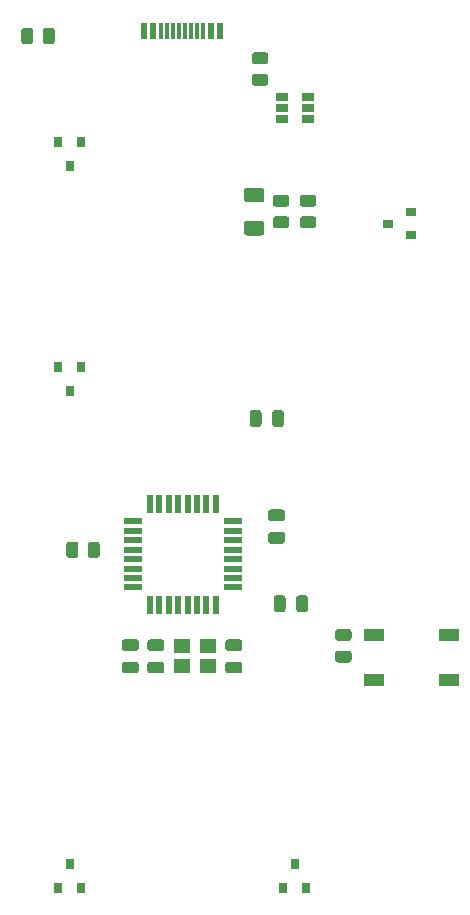
<source format=gbr>
%TF.GenerationSoftware,KiCad,Pcbnew,(5.1.10)-1*%
%TF.CreationDate,2021-11-11T12:41:23+01:00*%
%TF.ProjectId,navidat,6e617669-6461-4742-9e6b-696361645f70,rev?*%
%TF.SameCoordinates,Original*%
%TF.FileFunction,Paste,Bot*%
%TF.FilePolarity,Positive*%
%FSLAX46Y46*%
G04 Gerber Fmt 4.6, Leading zero omitted, Abs format (unit mm)*
G04 Created by KiCad (PCBNEW (5.1.10)-1) date 2021-11-11 12:41:23*
%MOMM*%
%LPD*%
G01*
G04 APERTURE LIST*
%ADD10R,0.800000X0.900000*%
%ADD11R,0.900000X0.800000*%
%ADD12R,1.400000X1.200000*%
%ADD13R,0.600000X1.450000*%
%ADD14R,0.300000X1.450000*%
%ADD15R,1.060000X0.650000*%
%ADD16R,1.600000X0.550000*%
%ADD17R,0.550000X1.600000*%
%ADD18R,1.700000X1.000000*%
G04 APERTURE END LIST*
D10*
%TO.C,D5*%
X158750000Y-126000000D03*
X157800000Y-128000000D03*
X159700000Y-128000000D03*
%TD*%
%TO.C,D4*%
X139700000Y-126000000D03*
X138750000Y-128000000D03*
X140650000Y-128000000D03*
%TD*%
%TO.C,D3*%
X139700000Y-85931250D03*
X140650000Y-83931250D03*
X138750000Y-83931250D03*
%TD*%
D11*
%TO.C,D2*%
X166640000Y-71755000D03*
X168640000Y-72705000D03*
X168640000Y-70805000D03*
%TD*%
D10*
%TO.C,D1*%
X139700000Y-66881250D03*
X140650000Y-64881250D03*
X138750000Y-64881250D03*
%TD*%
D12*
%TO.C,X1*%
X149204500Y-107544500D03*
X151404500Y-107544500D03*
X151404500Y-109244500D03*
X149204500Y-109244500D03*
%TD*%
D13*
%TO.C,USB1*%
X152475000Y-55480000D03*
X151675000Y-55480000D03*
X146775000Y-55480000D03*
X145975000Y-55480000D03*
X145975000Y-55480000D03*
X146775000Y-55480000D03*
X151675000Y-55480000D03*
X152475000Y-55480000D03*
D14*
X147475000Y-55480000D03*
X147975000Y-55480000D03*
X148475000Y-55480000D03*
X149475000Y-55480000D03*
X149975000Y-55480000D03*
X150475000Y-55480000D03*
X150975000Y-55480000D03*
X148975000Y-55480000D03*
%TD*%
D15*
%TO.C,U2*%
X157650000Y-61976000D03*
X157650000Y-61026000D03*
X157650000Y-62926000D03*
X159850000Y-62926000D03*
X159850000Y-61976000D03*
X159850000Y-61026000D03*
%TD*%
D16*
%TO.C,U1*%
X153538500Y-102558500D03*
X153538500Y-101758500D03*
X153538500Y-100958500D03*
X153538500Y-100158500D03*
X153538500Y-99358500D03*
X153538500Y-98558500D03*
X153538500Y-97758500D03*
X153538500Y-96958500D03*
D17*
X152088500Y-95508500D03*
X151288500Y-95508500D03*
X150488500Y-95508500D03*
X149688500Y-95508500D03*
X148888500Y-95508500D03*
X148088500Y-95508500D03*
X147288500Y-95508500D03*
X146488500Y-95508500D03*
D16*
X145038500Y-96958500D03*
X145038500Y-97758500D03*
X145038500Y-98558500D03*
X145038500Y-99358500D03*
X145038500Y-100158500D03*
X145038500Y-100958500D03*
X145038500Y-101758500D03*
X145038500Y-102558500D03*
D17*
X146488500Y-104008500D03*
X147288500Y-104008500D03*
X148088500Y-104008500D03*
X148888500Y-104008500D03*
X149688500Y-104008500D03*
X150488500Y-104008500D03*
X151288500Y-104008500D03*
X152088500Y-104008500D03*
%TD*%
D18*
%TO.C,RESET*%
X171806000Y-106621500D03*
X165506000Y-106621500D03*
X171806000Y-110421500D03*
X165506000Y-110421500D03*
%TD*%
%TO.C,R6*%
G36*
G01*
X162427498Y-107905500D02*
X163327502Y-107905500D01*
G75*
G02*
X163577500Y-108155498I0J-249998D01*
G01*
X163577500Y-108680502D01*
G75*
G02*
X163327502Y-108930500I-249998J0D01*
G01*
X162427498Y-108930500D01*
G75*
G02*
X162177500Y-108680502I0J249998D01*
G01*
X162177500Y-108155498D01*
G75*
G02*
X162427498Y-107905500I249998J0D01*
G01*
G37*
G36*
G01*
X162427498Y-106080500D02*
X163327502Y-106080500D01*
G75*
G02*
X163577500Y-106330498I0J-249998D01*
G01*
X163577500Y-106855502D01*
G75*
G02*
X163327502Y-107105500I-249998J0D01*
G01*
X162427498Y-107105500D01*
G75*
G02*
X162177500Y-106855502I0J249998D01*
G01*
X162177500Y-106330498D01*
G75*
G02*
X162427498Y-106080500I249998J0D01*
G01*
G37*
%TD*%
%TO.C,R5*%
G36*
G01*
X141243000Y-99827502D02*
X141243000Y-98927498D01*
G75*
G02*
X141492998Y-98677500I249998J0D01*
G01*
X142018002Y-98677500D01*
G75*
G02*
X142268000Y-98927498I0J-249998D01*
G01*
X142268000Y-99827502D01*
G75*
G02*
X142018002Y-100077500I-249998J0D01*
G01*
X141492998Y-100077500D01*
G75*
G02*
X141243000Y-99827502I0J249998D01*
G01*
G37*
G36*
G01*
X139418000Y-99827502D02*
X139418000Y-98927498D01*
G75*
G02*
X139667998Y-98677500I249998J0D01*
G01*
X140193002Y-98677500D01*
G75*
G02*
X140443000Y-98927498I0J-249998D01*
G01*
X140443000Y-99827502D01*
G75*
G02*
X140193002Y-100077500I-249998J0D01*
G01*
X139667998Y-100077500D01*
G75*
G02*
X139418000Y-99827502I0J249998D01*
G01*
G37*
%TD*%
%TO.C,R4*%
G36*
G01*
X159442998Y-71139000D02*
X160343002Y-71139000D01*
G75*
G02*
X160593000Y-71388998I0J-249998D01*
G01*
X160593000Y-71914002D01*
G75*
G02*
X160343002Y-72164000I-249998J0D01*
G01*
X159442998Y-72164000D01*
G75*
G02*
X159193000Y-71914002I0J249998D01*
G01*
X159193000Y-71388998D01*
G75*
G02*
X159442998Y-71139000I249998J0D01*
G01*
G37*
G36*
G01*
X159442998Y-69314000D02*
X160343002Y-69314000D01*
G75*
G02*
X160593000Y-69563998I0J-249998D01*
G01*
X160593000Y-70089002D01*
G75*
G02*
X160343002Y-70339000I-249998J0D01*
G01*
X159442998Y-70339000D01*
G75*
G02*
X159193000Y-70089002I0J249998D01*
G01*
X159193000Y-69563998D01*
G75*
G02*
X159442998Y-69314000I249998J0D01*
G01*
G37*
%TD*%
%TO.C,R3*%
G36*
G01*
X157156998Y-71139000D02*
X158057002Y-71139000D01*
G75*
G02*
X158307000Y-71388998I0J-249998D01*
G01*
X158307000Y-71914002D01*
G75*
G02*
X158057002Y-72164000I-249998J0D01*
G01*
X157156998Y-72164000D01*
G75*
G02*
X156907000Y-71914002I0J249998D01*
G01*
X156907000Y-71388998D01*
G75*
G02*
X157156998Y-71139000I249998J0D01*
G01*
G37*
G36*
G01*
X157156998Y-69314000D02*
X158057002Y-69314000D01*
G75*
G02*
X158307000Y-69563998I0J-249998D01*
G01*
X158307000Y-70089002D01*
G75*
G02*
X158057002Y-70339000I-249998J0D01*
G01*
X157156998Y-70339000D01*
G75*
G02*
X156907000Y-70089002I0J249998D01*
G01*
X156907000Y-69563998D01*
G75*
G02*
X157156998Y-69314000I249998J0D01*
G01*
G37*
%TD*%
%TO.C,R2*%
G36*
G01*
X156279002Y-58274000D02*
X155378998Y-58274000D01*
G75*
G02*
X155129000Y-58024002I0J249998D01*
G01*
X155129000Y-57498998D01*
G75*
G02*
X155378998Y-57249000I249998J0D01*
G01*
X156279002Y-57249000D01*
G75*
G02*
X156529000Y-57498998I0J-249998D01*
G01*
X156529000Y-58024002D01*
G75*
G02*
X156279002Y-58274000I-249998J0D01*
G01*
G37*
G36*
G01*
X156279002Y-60099000D02*
X155378998Y-60099000D01*
G75*
G02*
X155129000Y-59849002I0J249998D01*
G01*
X155129000Y-59323998D01*
G75*
G02*
X155378998Y-59074000I249998J0D01*
G01*
X156279002Y-59074000D01*
G75*
G02*
X156529000Y-59323998I0J-249998D01*
G01*
X156529000Y-59849002D01*
G75*
G02*
X156279002Y-60099000I-249998J0D01*
G01*
G37*
%TD*%
%TO.C,R1*%
G36*
G01*
X137433000Y-56330002D02*
X137433000Y-55429998D01*
G75*
G02*
X137682998Y-55180000I249998J0D01*
G01*
X138208002Y-55180000D01*
G75*
G02*
X138458000Y-55429998I0J-249998D01*
G01*
X138458000Y-56330002D01*
G75*
G02*
X138208002Y-56580000I-249998J0D01*
G01*
X137682998Y-56580000D01*
G75*
G02*
X137433000Y-56330002I0J249998D01*
G01*
G37*
G36*
G01*
X135608000Y-56330002D02*
X135608000Y-55429998D01*
G75*
G02*
X135857998Y-55180000I249998J0D01*
G01*
X136383002Y-55180000D01*
G75*
G02*
X136633000Y-55429998I0J-249998D01*
G01*
X136633000Y-56330002D01*
G75*
G02*
X136383002Y-56580000I-249998J0D01*
G01*
X135857998Y-56580000D01*
G75*
G02*
X135608000Y-56330002I0J249998D01*
G01*
G37*
%TD*%
%TO.C,F1*%
G36*
G01*
X155946000Y-69964000D02*
X154696000Y-69964000D01*
G75*
G02*
X154446000Y-69714000I0J250000D01*
G01*
X154446000Y-68964000D01*
G75*
G02*
X154696000Y-68714000I250000J0D01*
G01*
X155946000Y-68714000D01*
G75*
G02*
X156196000Y-68964000I0J-250000D01*
G01*
X156196000Y-69714000D01*
G75*
G02*
X155946000Y-69964000I-250000J0D01*
G01*
G37*
G36*
G01*
X155946000Y-72764000D02*
X154696000Y-72764000D01*
G75*
G02*
X154446000Y-72514000I0J250000D01*
G01*
X154446000Y-71764000D01*
G75*
G02*
X154696000Y-71514000I250000J0D01*
G01*
X155946000Y-71514000D01*
G75*
G02*
X156196000Y-71764000I0J-250000D01*
G01*
X156196000Y-72514000D01*
G75*
G02*
X155946000Y-72764000I-250000J0D01*
G01*
G37*
%TD*%
%TO.C,C7*%
G36*
G01*
X146527500Y-106944500D02*
X147477500Y-106944500D01*
G75*
G02*
X147727500Y-107194500I0J-250000D01*
G01*
X147727500Y-107694500D01*
G75*
G02*
X147477500Y-107944500I-250000J0D01*
G01*
X146527500Y-107944500D01*
G75*
G02*
X146277500Y-107694500I0J250000D01*
G01*
X146277500Y-107194500D01*
G75*
G02*
X146527500Y-106944500I250000J0D01*
G01*
G37*
G36*
G01*
X146527500Y-108844500D02*
X147477500Y-108844500D01*
G75*
G02*
X147727500Y-109094500I0J-250000D01*
G01*
X147727500Y-109594500D01*
G75*
G02*
X147477500Y-109844500I-250000J0D01*
G01*
X146527500Y-109844500D01*
G75*
G02*
X146277500Y-109594500I0J250000D01*
G01*
X146277500Y-109094500D01*
G75*
G02*
X146527500Y-108844500I250000J0D01*
G01*
G37*
%TD*%
%TO.C,C6*%
G36*
G01*
X154081500Y-109844500D02*
X153131500Y-109844500D01*
G75*
G02*
X152881500Y-109594500I0J250000D01*
G01*
X152881500Y-109094500D01*
G75*
G02*
X153131500Y-108844500I250000J0D01*
G01*
X154081500Y-108844500D01*
G75*
G02*
X154331500Y-109094500I0J-250000D01*
G01*
X154331500Y-109594500D01*
G75*
G02*
X154081500Y-109844500I-250000J0D01*
G01*
G37*
G36*
G01*
X154081500Y-107944500D02*
X153131500Y-107944500D01*
G75*
G02*
X152881500Y-107694500I0J250000D01*
G01*
X152881500Y-107194500D01*
G75*
G02*
X153131500Y-106944500I250000J0D01*
G01*
X154081500Y-106944500D01*
G75*
G02*
X154331500Y-107194500I0J-250000D01*
G01*
X154331500Y-107694500D01*
G75*
G02*
X154081500Y-107944500I-250000J0D01*
G01*
G37*
%TD*%
%TO.C,C5*%
G36*
G01*
X157701000Y-96959000D02*
X156751000Y-96959000D01*
G75*
G02*
X156501000Y-96709000I0J250000D01*
G01*
X156501000Y-96209000D01*
G75*
G02*
X156751000Y-95959000I250000J0D01*
G01*
X157701000Y-95959000D01*
G75*
G02*
X157951000Y-96209000I0J-250000D01*
G01*
X157951000Y-96709000D01*
G75*
G02*
X157701000Y-96959000I-250000J0D01*
G01*
G37*
G36*
G01*
X157701000Y-98859000D02*
X156751000Y-98859000D01*
G75*
G02*
X156501000Y-98609000I0J250000D01*
G01*
X156501000Y-98109000D01*
G75*
G02*
X156751000Y-97859000I250000J0D01*
G01*
X157701000Y-97859000D01*
G75*
G02*
X157951000Y-98109000I0J-250000D01*
G01*
X157951000Y-98609000D01*
G75*
G02*
X157701000Y-98859000I-250000J0D01*
G01*
G37*
%TD*%
%TO.C,C3*%
G36*
G01*
X158882500Y-104424500D02*
X158882500Y-103474500D01*
G75*
G02*
X159132500Y-103224500I250000J0D01*
G01*
X159632500Y-103224500D01*
G75*
G02*
X159882500Y-103474500I0J-250000D01*
G01*
X159882500Y-104424500D01*
G75*
G02*
X159632500Y-104674500I-250000J0D01*
G01*
X159132500Y-104674500D01*
G75*
G02*
X158882500Y-104424500I0J250000D01*
G01*
G37*
G36*
G01*
X156982500Y-104424500D02*
X156982500Y-103474500D01*
G75*
G02*
X157232500Y-103224500I250000J0D01*
G01*
X157732500Y-103224500D01*
G75*
G02*
X157982500Y-103474500I0J-250000D01*
G01*
X157982500Y-104424500D01*
G75*
G02*
X157732500Y-104674500I-250000J0D01*
G01*
X157232500Y-104674500D01*
G75*
G02*
X156982500Y-104424500I0J250000D01*
G01*
G37*
%TD*%
%TO.C,C2*%
G36*
G01*
X144368501Y-106944500D02*
X145318501Y-106944500D01*
G75*
G02*
X145568501Y-107194500I0J-250000D01*
G01*
X145568501Y-107694500D01*
G75*
G02*
X145318501Y-107944500I-250000J0D01*
G01*
X144368501Y-107944500D01*
G75*
G02*
X144118501Y-107694500I0J250000D01*
G01*
X144118501Y-107194500D01*
G75*
G02*
X144368501Y-106944500I250000J0D01*
G01*
G37*
G36*
G01*
X144368501Y-108844500D02*
X145318501Y-108844500D01*
G75*
G02*
X145568501Y-109094500I0J-250000D01*
G01*
X145568501Y-109594500D01*
G75*
G02*
X145318501Y-109844500I-250000J0D01*
G01*
X144368501Y-109844500D01*
G75*
G02*
X144118501Y-109594500I0J250000D01*
G01*
X144118501Y-109094500D01*
G75*
G02*
X144368501Y-108844500I250000J0D01*
G01*
G37*
%TD*%
%TO.C,C1*%
G36*
G01*
X155950500Y-87790000D02*
X155950500Y-88740000D01*
G75*
G02*
X155700500Y-88990000I-250000J0D01*
G01*
X155200500Y-88990000D01*
G75*
G02*
X154950500Y-88740000I0J250000D01*
G01*
X154950500Y-87790000D01*
G75*
G02*
X155200500Y-87540000I250000J0D01*
G01*
X155700500Y-87540000D01*
G75*
G02*
X155950500Y-87790000I0J-250000D01*
G01*
G37*
G36*
G01*
X157850500Y-87790000D02*
X157850500Y-88740000D01*
G75*
G02*
X157600500Y-88990000I-250000J0D01*
G01*
X157100500Y-88990000D01*
G75*
G02*
X156850500Y-88740000I0J250000D01*
G01*
X156850500Y-87790000D01*
G75*
G02*
X157100500Y-87540000I250000J0D01*
G01*
X157600500Y-87540000D01*
G75*
G02*
X157850500Y-87790000I0J-250000D01*
G01*
G37*
%TD*%
M02*

</source>
